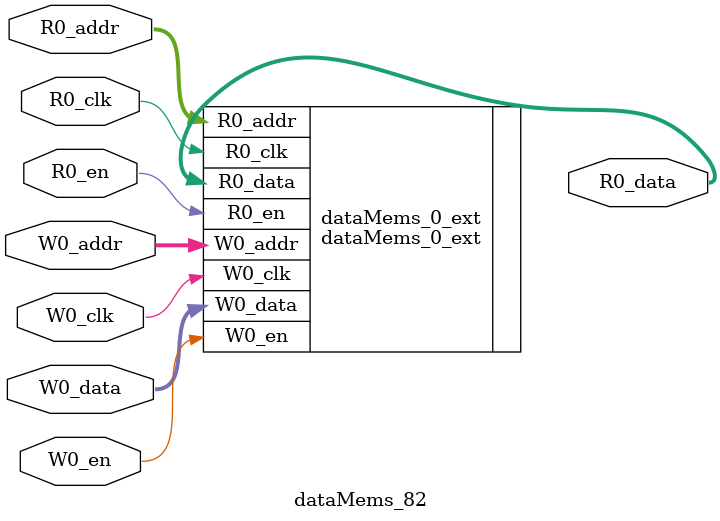
<source format=sv>
`ifndef RANDOMIZE
  `ifdef RANDOMIZE_REG_INIT
    `define RANDOMIZE
  `endif // RANDOMIZE_REG_INIT
`endif // not def RANDOMIZE
`ifndef RANDOMIZE
  `ifdef RANDOMIZE_MEM_INIT
    `define RANDOMIZE
  `endif // RANDOMIZE_MEM_INIT
`endif // not def RANDOMIZE

`ifndef RANDOM
  `define RANDOM $random
`endif // not def RANDOM

// Users can define 'PRINTF_COND' to add an extra gate to prints.
`ifndef PRINTF_COND_
  `ifdef PRINTF_COND
    `define PRINTF_COND_ (`PRINTF_COND)
  `else  // PRINTF_COND
    `define PRINTF_COND_ 1
  `endif // PRINTF_COND
`endif // not def PRINTF_COND_

// Users can define 'ASSERT_VERBOSE_COND' to add an extra gate to assert error printing.
`ifndef ASSERT_VERBOSE_COND_
  `ifdef ASSERT_VERBOSE_COND
    `define ASSERT_VERBOSE_COND_ (`ASSERT_VERBOSE_COND)
  `else  // ASSERT_VERBOSE_COND
    `define ASSERT_VERBOSE_COND_ 1
  `endif // ASSERT_VERBOSE_COND
`endif // not def ASSERT_VERBOSE_COND_

// Users can define 'STOP_COND' to add an extra gate to stop conditions.
`ifndef STOP_COND_
  `ifdef STOP_COND
    `define STOP_COND_ (`STOP_COND)
  `else  // STOP_COND
    `define STOP_COND_ 1
  `endif // STOP_COND
`endif // not def STOP_COND_

// Users can define INIT_RANDOM as general code that gets injected into the
// initializer block for modules with registers.
`ifndef INIT_RANDOM
  `define INIT_RANDOM
`endif // not def INIT_RANDOM

// If using random initialization, you can also define RANDOMIZE_DELAY to
// customize the delay used, otherwise 0.002 is used.
`ifndef RANDOMIZE_DELAY
  `define RANDOMIZE_DELAY 0.002
`endif // not def RANDOMIZE_DELAY

// Define INIT_RANDOM_PROLOG_ for use in our modules below.
`ifndef INIT_RANDOM_PROLOG_
  `ifdef RANDOMIZE
    `ifdef VERILATOR
      `define INIT_RANDOM_PROLOG_ `INIT_RANDOM
    `else  // VERILATOR
      `define INIT_RANDOM_PROLOG_ `INIT_RANDOM #`RANDOMIZE_DELAY begin end
    `endif // VERILATOR
  `else  // RANDOMIZE
    `define INIT_RANDOM_PROLOG_
  `endif // RANDOMIZE
`endif // not def INIT_RANDOM_PROLOG_

// Include register initializers in init blocks unless synthesis is set
`ifndef SYNTHESIS
  `ifndef ENABLE_INITIAL_REG_
    `define ENABLE_INITIAL_REG_
  `endif // not def ENABLE_INITIAL_REG_
`endif // not def SYNTHESIS

// Include rmemory initializers in init blocks unless synthesis is set
`ifndef SYNTHESIS
  `ifndef ENABLE_INITIAL_MEM_
    `define ENABLE_INITIAL_MEM_
  `endif // not def ENABLE_INITIAL_MEM_
`endif // not def SYNTHESIS

module dataMems_82(	// @[generators/ara/src/main/scala/UnsafeAXI4ToTL.scala:365:62]
  input  [4:0]   R0_addr,
  input          R0_en,
  input          R0_clk,
  output [258:0] R0_data,
  input  [4:0]   W0_addr,
  input          W0_en,
  input          W0_clk,
  input  [258:0] W0_data
);

  dataMems_0_ext dataMems_0_ext (	// @[generators/ara/src/main/scala/UnsafeAXI4ToTL.scala:365:62]
    .R0_addr (R0_addr),
    .R0_en   (R0_en),
    .R0_clk  (R0_clk),
    .R0_data (R0_data),
    .W0_addr (W0_addr),
    .W0_en   (W0_en),
    .W0_clk  (W0_clk),
    .W0_data (W0_data)
  );
endmodule


</source>
